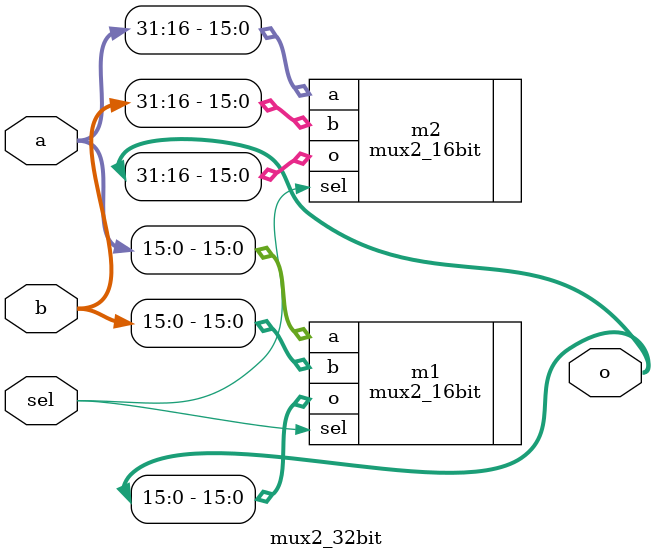
<source format=v>
`timescale 1ns / 1ps
module mux2_32bit(
    input [31:0] a,
    input [31:0] b,
    input sel,
    output [31:0] o
    );

mux2_16bit m1(.a(a[15:0]), .b(b[15:0]), .sel(sel), .o(o[15:0]));
mux2_16bit m2(.a(a[31:16]), .b(b[31:16]), .sel(sel), .o(o[31:16]));

endmodule

</source>
